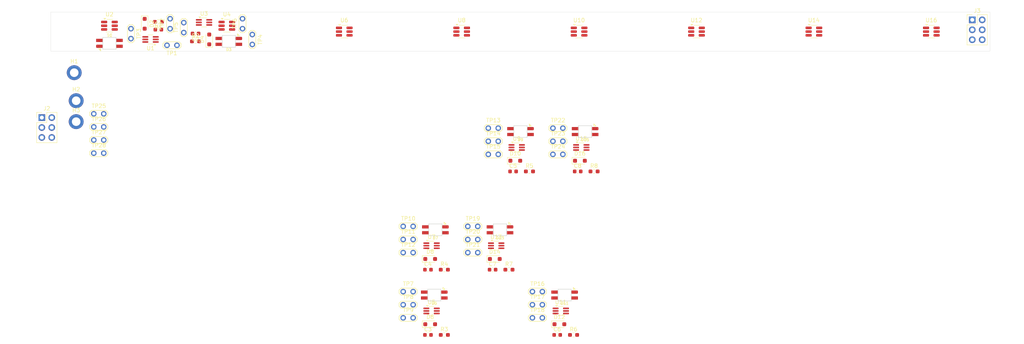
<source format=kicad_pcb>
(kicad_pcb (version 20240108) (generator "pcbnew") (generator_version "8.0")
  (layers (0 "F.Cu" signal) (31 "B.Cu" signal) (34 "B.Paste" user) (35 "F.Paste" user) (36 "B.SilkS" user "B.Silkscreen") (37 "F.SilkS" user "F.Silkscreen") (38 "B.Mask" user) (39 "F.Mask" user) (44 "Edge.Cuts" user))
  (net 0 "")
  (net 1 "GND")
  (net 2 "Net-(D2-K)")
  (net 3 "Net-(D2-A)")
  (net 4 "Net-(D4-K)")
  (net 5 "Net-(D6-K)")
  (net 6 "Net-(D8-K)")
  (net 7 "+3.3V")
  (net 8 "/DIN")
  (net 9 "+5V")
  (net 10 "Net-(D10-K)")
  (net 11 "Net-(D12-K)")
  (net 12 "Net-(D14-K)")
  (net 13 "Net-(D16-K)")
  (net 14 "/Cell0/DOUT")
  (net 15 "/Cell1/DOUT")
  (net 16 "Net-(D4-A)")
  (net 17 "/Cell2/DOUT")
  (net 18 "Net-(D6-A)")
  (net 19 "/Cell3/DOUT")
  (net 20 "Net-(D8-A)")
  (net 21 "/Cell4/DOUT")
  (net 22 "Net-(D10-A)")
  (net 23 "/Cell5/DOUT")
  (net 24 "Net-(D12-A)")
  (net 25 "/Cell6/DOUT")
  (net 26 "Net-(D14-A)")
  (net 27 "/DOUT")
  (net 28 "Net-(D16-A)")
  (net 29 "SCL")
  (net 30 "SDA")
  (net 31 "Net-(TP3-Pad2)")
  (net 32 "Net-(TP6-Pad2)")
  (net 33 "Net-(TP9-Pad2)")
  (net 34 "Net-(TP12-Pad2)")
  (net 35 "Net-(TP15-Pad2)")
  (net 36 "Net-(TP18-Pad2)")
  (net 37 "Net-(TP21-Pad2)")
  (net 38 "Net-(TP24-Pad2)")
  (footprint "0mylibrary:SK6812-MINI-E" (layer "F.Cu") (at 134.7925 85.145)
    (property "Reference" "D13" (at 0 2.1 0) (layer "F.SilkS") (effects (font (size 0.7 0.7))))
    (property "Value" "sk6812-mini-e" (hide yes))
    (fp_line (start -1.7 -1.5) (end 1.7 -1.5) (stroke (width 0.12)) (layer "Edge.Cuts"))
    (fp_line (start -1.7 1.5) (end -1.7 -1.5) (stroke (width 0.12)) (layer "Edge.Cuts"))
    (fp_line (start 1.7 -1.5) (end 1.7 1.5) (stroke (width 0.12)) (layer "Edge.Cuts"))
    (fp_line (start 1.7 1.5) (end -1.7 1.5) (stroke (width 0.12)) (layer "Edge.Cuts"))
    (pad "1" smd rect (at -2.55 0.75) (size 1.7 0.82) (layers "F.Cu" "F.Paste" "F.Mask") (net 9 "+5V"))
    (pad "2" smd rect (at -2.55 -0.75) (size 1.7 0.82) (layers "F.Cu" "F.Paste" "F.Mask") (net 25 "/Cell6/DOUT"))
    (pad "3" smd roundrect (at 2.55 -0.75) (size 1.7 0.82) (layers "F.Cu" "F.Paste" "F.Mask") (net 1 "GND"))
    (pad "4" smd rect (at 2.55 0.75) (size 1.7 0.82) (layers "F.Cu" "F.Paste" "F.Mask") (net 23 "/Cell5/DOUT"))
  )
  (footprint "TestPoint:TestPoint_2Pads_Pitch2.54mm_Drill0.8mm" (layer "F.Cu") (at 126.5675 87.62)
    (property "Reference" "TP20" (at 1.3 -2 0) (layer "F.SilkS"))
    (property "Value" "TestPoint_2Pole")
    (pad "1" thru_hole circle (at 0 0) (size 1.4 1.4) (drill 0.8) (layers "*.Cu" "*.Mask") (net 1 "GND"))
    (pad "2" thru_hole circle (at 2.54 0) (size 1.4 1.4) (drill 0.8) (layers "*.Cu" "*.Mask") (net 12 "Net-(D14-K)"))
  )
  (footprint "TestPoint:TestPoint_2Pads_Pitch2.54mm_Drill0.8mm" (layer "F.Cu") (at 110.0575 104.29)
    (property "Reference" "TP8" (at 1.3 -2 0) (layer "F.SilkS"))
    (property "Value" "TestPoint_2Pole")
    (pad "1" thru_hole circle (at 0 0) (size 1.4 1.4) (drill 0.8) (layers "*.Cu" "*.Mask") (net 1 "GND"))
    (pad "2" thru_hole circle (at 2.54 0) (size 1.4 1.4) (drill 0.8) (layers "*.Cu" "*.Mask") (net 5 "Net-(D6-K)"))
  )
  (footprint "Resistor_SMD:R_0603_1608Metric_Pad0.98x0.95mm_HandSolder" (layer "F.Cu") (at 137.0775 95.33)
    (property "Reference" "R7" (at 0 -1.43 0) (layer "F.SilkS"))
    (property "Value" "100k")
    (pad "1" smd roundrect (at -0.9125 0) (size 0.975 0.95) (layers "F.Cu" "F.Paste" "F.Mask") (net 1 "GND"))
    (pad "2" smd roundrect (at 0.9125 0) (size 0.975 0.95) (layers "F.Cu" "F.Paste" "F.Mask") (net 12 "Net-(D14-K)"))
  )
  (footprint "TestPoint:TestPoint_2Pads_Pitch2.54mm_Drill0.8mm" (layer "F.Cu") (at 131.8075 65.87)
    (property "Reference" "TP15" (at 1.3 -2 0) (layer "F.SilkS"))
    (property "Value" "TestPoint_2Pole")
    (pad "1" thru_hole circle (at 0 0) (size 1.4 1.4) (drill 0.8) (layers "*.Cu" "*.Mask") (net 1 "GND"))
    (pad "2" thru_hole circle (at 2.54 0) (size 1.4 1.4) (drill 0.8) (layers "*.Cu" "*.Mask") (net 35 "Net-(TP15-Pad2)"))
  )
  (footprint "Resistor_SMD:R_0603_1608Metric_Pad0.98x0.95mm_HandSolder" (layer "F.Cu") (at 120.5675 112)
    (property "Reference" "R3" (at 0 -1.43 0) (layer "F.SilkS"))
    (property "Value" "100k")
    (pad "1" smd roundrect (at -0.9125 0) (size 0.975 0.95) (layers "F.Cu" "F.Paste" "F.Mask") (net 1 "GND"))
    (pad "2" smd roundrect (at 0.9125 0) (size 0.975 0.95) (layers "F.Cu" "F.Paste" "F.Mask") (net 5 "Net-(D6-K)"))
  )
  (footprint "TestPoint:TestPoint_2Pads_Pitch2.54mm_Drill0.8mm" (layer "F.Cu") (at 71.5 35.25 -90)
    (property "Reference" "TP4" (at 1.3 -2 90) (layer "F.SilkS"))
    (property "Value" "TestPoint_2Pole")
    (pad "1" thru_hole circle (at 0 0 270) (size 1.4 1.4) (drill 0.8) (layers "*.Cu" "*.Mask") (net 1 "GND"))
    (pad "2" thru_hole circle (at 2.54 0 270) (size 1.4 1.4) (drill 0.8) (layers "*.Cu" "*.Mask") (net 15 "/Cell1/DOUT"))
  )
  (footprint "Diode_SMD:D_SOD-323_HandSoldering" (layer "F.Cu") (at 44 32.5 -90)
    (property "Reference" "D2" (at 0 -1.85 90) (layer "F.SilkS"))
    (property "Value" "1N4148WS")
    (pad "1" smd roundrect (at -1.25 0 270) (size 1 1) (layers "F.Cu" "F.Paste" "F.Mask") (net 2 "Net-(D2-K)"))
    (pad "2" smd roundrect (at 1.25 0 270) (size 1 1) (layers "F.Cu" "F.Paste" "F.Mask") (net 3 "Net-(D2-A)"))
  )
  (footprint "TestPoint:TestPoint_2Pads_Pitch2.54mm_Drill0.8mm" (layer "F.Cu") (at 31 65.56)
    (property "Reference" "TP28" (at 1.3 -2 0) (layer "F.SilkS"))
    (property "Value" "TestPoint_2Pole")
    (pad "1" thru_hole circle (at 0 0) (size 1.4 1.4) (drill 0.8) (layers "*.Cu" "*.Mask") (net 1 "GND"))
    (pad "2" thru_hole circle (at 2.54 0) (size 1.4 1.4) (drill 0.8) (layers "*.Cu" "*.Mask") (net 30 "SDA"))
  )
  (footprint "TestPoint:TestPoint_2Pads_Pitch2.54mm_Drill0.8mm" (layer "F.Cu") (at 148.3175 65.87)
    (property "Reference" "TP24" (at 1.3 -2 0) (layer "F.SilkS"))
    (property "Value" "TestPoint_2Pole")
    (pad "1" thru_hole circle (at 0 0) (size 1.4 1.4) (drill 0.8) (layers "*.Cu" "*.Mask") (net 1 "GND"))
    (pad "2" thru_hole circle (at 2.54 0) (size 1.4 1.4) (drill 0.8) (layers "*.Cu" "*.Mask") (net 38 "Net-(TP24-Pad2)"))
  )
  (footprint "Resistor_SMD:R_0603_1608Metric_Pad0.98x0.95mm_HandSolder" (layer "F.Cu") (at 142.3175 70.23)
    (property "Reference" "R5" (at 0 -1.43 0) (layer "F.SilkS"))
    (property "Value" "100k")
    (pad "1" smd roundrect (at -0.9125 0) (size 0.975 0.95) (layers "F.Cu" "F.Paste" "F.Mask") (net 1 "GND"))
    (pad "2" smd roundrect (at 0.9125 0) (size 0.975 0.95) (layers "F.Cu" "F.Paste" "F.Mask") (net 10 "Net-(D10-K)"))
  )
  (footprint "Package_TO_SOT_SMD:SOT-363_SC-70-6_Handsoldering" (layer "F.Cu") (at 139.0575 64.105)
    (property "Reference" "U9" (at 0 -2.25 0) (layer "F.SilkS"))
    (property "Value" "74LVC2G17")
    (pad "1" smd roundrect (at -1.33 -0.65) (size 1.5 0.4) (layers "F.Cu" "F.Paste" "F.Mask") (net 21 "/Cell4/DOUT"))
    (pad "2" smd roundrect (at -1.33 0) (size 1.5 0.4) (layers "F.Cu" "F.Paste" "F.Mask") (net 1 "GND"))
    (pad "3" smd roundrect (at -1.33 0.65) (size 1.5 0.4) (layers "F.Cu" "F.Paste" "F.Mask") (net 10 "Net-(D10-K)"))
    (pad "4" smd roundrect (at 1.33 0.65) (size 1.5 0.4) (layers "F.Cu" "F.Paste" "F.Mask") (net 35 "Net-(TP15-Pad2)"))
    (pad "5" smd roundrect (at 1.33 0) (size 1.5 0.4) (layers "F.Cu" "F.Paste" "F.Mask") (net 7 "+3.3V"))
    (pad "6" smd roundrect (at 1.33 -0.65) (size 1.5 0.4) (layers "F.Cu" "F.Paste" "F.Mask") (net 22 "Net-(D10-A)"))
  )
  (footprint "Diode_SMD:D_SOD-323_HandSoldering" (layer "F.Cu") (at 116.9525 92.6)
    (property "Reference" "D8" (at 0 -1.85 0) (layer "F.SilkS"))
    (property "Value" "1N4148WS")
    (pad "1" smd roundrect (at -1.25 0) (size 1 1) (layers "F.Cu" "F.Paste" "F.Mask") (net 6 "Net-(D8-K)"))
    (pad "2" smd roundrect (at 1.25 0) (size 1 1) (layers "F.Cu" "F.Paste" "F.Mask") (net 20 "Net-(D8-A)"))
  )
  (footprint "Capacitor_SMD:C_0603_1608Metric" (layer "F.Cu") (at 138.1375 70.23)
    (property "Reference" "C5" (at 0 -1.43 0) (layer "F.SilkS"))
    (property "Value" "1u 50V")
    (pad "1" smd roundrect (at -0.775 0) (size 0.9 0.95) (layers "F.Cu" "F.Paste" "F.Mask") (net 10 "Net-(D10-K)"))
    (pad "2" smd roundrect (at 0.775 0) (size 0.9 0.95) (layers "F.Cu" "F.Paste" "F.Mask") (net 1 "GND"))
  )
  (footprint "Diode_SMD:D_SOD-323_HandSoldering" (layer "F.Cu") (at 149.9725 109.27)
    (property "Reference" "D12" (at 0 -1.85 0) (layer "F.SilkS"))
    (property "Value" "1N4148WS")
    (pad "1" smd roundrect (at -1.25 0) (size 1 1) (layers "F.Cu" "F.Paste" "F.Mask") (net 11 "Net-(D12-K)"))
    (pad "2" smd roundrect (at 1.25 0) (size 1 1) (layers "F.Cu" "F.Paste" "F.Mask") (net 24 "Net-(D12-A)"))
  )
  (footprint "0mylibrary:SK6812-MINI-E" (layer "F.Cu") (at 156.5425 60.045)
    (property "Reference" "D15" (at 0 2.1 0) (layer "F.SilkS") (effects (font (size 0.7 0.7))))
    (property "Value" "sk6812-mini-e" (hide yes))
    (fp_line (start -1.7 -1.5) (end 1.7 -1.5) (stroke (width 0.12)) (layer "Edge.Cuts"))
    (fp_line (start -1.7 1.5) (end -1.7 -1.5) (stroke (width 0.12)) (layer "Edge.Cuts"))
    (fp_line (start 1.7 -1.5) (end 1.7 1.5) (stroke (width 0.12)) (layer "Edge.Cuts"))
    (fp_line (start 1.7 1.5) (end -1.7 1.5) (stroke (width 0.12)) (layer "Edge.Cuts"))
    (pad "1" smd rect (at -2.55 0.75) (size 1.7 0.82) (layers "F.Cu" "F.Paste" "F.Mask") (net 9 "+5V"))
    (pad "2" smd rect (at -2.55 -0.75) (size 1.7 0.82) (layers "F.Cu" "F.Paste" "F.Mask") (net 27 "/DOUT"))
    (pad "3" smd roundrect (at 2.55 -0.75) (size 1.7 0.82) (layers "F.Cu" "F.Paste" "F.Mask") (net 1 "GND"))
    (pad "4" smd rect (at 2.55 0.75) (size 1.7 0.82) (layers "F.Cu" "F.Paste" "F.Mask") (net 25 "/Cell6/DOUT"))
  )
  (footprint "Connector_PinHeader_2.54mm:PinHeader_2x03_P2.54mm_Vertical" (layer "F.Cu") (at 17.725 56.475)
    (property "Reference" "J2" (at 1.27 -2.33 0) (layer "F.SilkS"))
    (property "Value" "Conn_02x03_Counter_Clockwise")
    (pad "1" thru_hole rect (at 0 0) (size 1.7 1.7) (drill 1) (layers "*.Cu" "*.Mask") (net 1 "GND"))
    (pad "2" thru_hole oval (at 2.54 0) (size 1.7 1.7) (drill 1) (layers "*.Cu" "*.Mask") (net 8 "/DIN"))
    (pad "3" thru_hole oval (at 0 2.54) (size 1.7 1.7) (drill 1) (layers "*.Cu" "*.Mask") (net 30 "SDA"))
    (pad "4" thru_hole oval (at 2.54 2.54) (size 1.7 1.7) (drill 1) (layers "*.Cu" "*.Mask") (net 7 "+3.3V"))
    (pad "5" thru_hole oval (at 0 5.08) (size 1.7 1.7) (drill 1) (layers "*.Cu" "*.Mask") (net 29 "SCL"))
    (pad "6" thru_hole oval (at 2.54 5.08) (size 1.7 1.7) (drill 1) (layers "*.Cu" "*.Mask") (net 9 "+5V"))
  )
  (footprint "TestPoint:TestPoint_2Pads_Pitch2.54mm_Drill0.8mm" (layer "F.Cu") (at 69 33.75 90)
    (property "Reference" "TP6" (at 1.3 -2 90) (layer "F.SilkS"))
    (property "Value" "TestPoint_2Pole")
    (pad "1" thru_hole circle (at 0 0 90) (size 1.4 1.4) (drill 0.8) (layers "*.Cu" "*.Mask") (net 1 "GND"))
    (pad "2" thru_hole circle (at 2.54 0 90) (size 1.4 1.4) (drill 0.8) (layers "*.Cu" "*.Mask") (net 32 "Net-(TP6-Pad2)"))
  )
  (footprint "TestPoint:TestPoint_2Pads_Pitch2.54mm_Drill0.8mm" (layer "F.Cu") (at 126.5675 84.27)
    (property "Reference" "TP19" (at 1.3 -2 0) (layer "F.SilkS"))
    (property "Value" "TestPoint_2Pole")
    (pad "1" thru_hole circle (at 0 0) (size 1.4 1.4) (drill 0.8) (layers "*.Cu" "*.Mask") (net 1 "GND"))
    (pad "2" thru_hole circle (at 2.54 0) (size 1.4 1.4) (drill 0.8) (layers "*.Cu" "*.Mask") (net 25 "/Cell6/DOUT"))
  )
  (footprint "TestPoint:TestPoint_2Pads_Pitch2.54mm_Drill0.8mm" (layer "F.Cu") (at 110.0575 107.64)
    (property "Reference" "TP9" (at 1.3 -2 0) (layer "F.SilkS"))
    (property "Value" "TestPoint_2Pole")
    (pad "1" thru_hole circle (at 0 0) (size 1.4 1.4) (drill 0.8) (layers "*.Cu" "*.Mask") (net 1 "GND"))
    (pad "2" thru_hole circle (at 2.54 0) (size 1.4 1.4) (drill 0.8) (layers "*.Cu" "*.Mask") (net 33 "Net-(TP9-Pad2)"))
  )
  (footprint "TestPoint:TestPoint_2Pads_Pitch2.54mm_Drill0.8mm" (layer "F.Cu") (at 143.0775 104.29)
    (property "Reference" "TP17" (at 1.3 -2 0) (layer "F.SilkS"))
    (property "Value" "TestPoint_2Pole")
    (pad "1" thru_hole circle (at 0 0) (size 1.4 1.4) (drill 0.8) (layers "*.Cu" "*.Mask") (net 1 "GND"))
    (pad "2" thru_hole circle (at 2.54 0) (size 1.4 1.4) (drill 0.8) (layers "*.Cu" "*.Mask") (net 11 "Net-(D12-K)"))
  )
  (footprint "TestPoint:TestPoint_2Pads_Pitch2.54mm_Drill0.8mm" (layer "F.Cu") (at 131.8075 62.52)
    (property "Reference" "TP14" (at 1.3 -2 0) (layer "F.SilkS"))
    (property "Value" "TestPoint_2Pole")
    (pad "1" thru_hole circle (at 0 0) (size 1.4 1.4) (drill 0.8) (layers "*.Cu" "*.Mask") (net 1 "GND"))
    (pad "2" thru_hole circle (at 2.54 0) (size 1.4 1.4) (drill 0.8) (layers "*.Cu" "*.Mask") (net 10 "Net-(D10-K)"))
  )
  (footprint "Resistor_SMD:R_0603_1608Metric_Pad0.98x0.95mm_HandSolder" (layer "F.Cu") (at 153.5875 112)
    (property "Reference" "R6" (at 0 -1.43 0) (layer "F.SilkS"))
    (property "Value" "100k")
    (pad "1" smd roundrect (at -0.9125 0) (size 0.975 0.95) (layers "F.Cu" "F.Paste" "F.Mask") (net 1 "GND"))
    (pad "2" smd roundrect (at 0.9125 0) (size 0.975 0.95) (layers "F.Cu" "F.Paste" "F.Mask") (net 11 "Net-(D12-K)"))
  )
  (footprint "Resistor_SMD:R_0603_1608Metric_Pad0.98x0.95mm_HandSolder" (layer "F.Cu") (at 57 37)
    (property "Reference" "R2" (at 0 -1.43 360) (layer "F.SilkS"))
    (property "Value" "100k")
    (pad "1" smd roundrect (at -0.9125 0) (size 0.975 0.95) (layers "F.Cu" "F.Paste" "F.Mask") (net 1 "GND"))
    (pad "2" smd roundrect (at 0.9125 0) (size 0.975 0.95) (layers "F.Cu" "F.Paste" "F.Mask") (net 4 "Net-(D4-K)"))
  )
  (footprint "Diode_SMD:D_SOD-323_HandSoldering" (layer "F.Cu") (at 155.2125 67.5)
    (property "Reference" "D16" (at 0 -1.85 0) (layer "F.SilkS"))
    (property "Value" "1N4148WS")
    (pad "1" smd roundrect (at -1.25 0) (size 1 1) (layers "F.Cu" "F.Paste" "F.Mask") (net 13 "Net-(D16-K)"))
    (pad "2" smd roundrect (at 1.25 0) (size 1 1) (layers "F.Cu" "F.Paste" "F.Mask") (net 28 "Net-(D16-A)"))
  )
  (footprint "TestPoint:TestPoint_2Pads_Pitch2.54mm_Drill0.8mm" (layer "F.Cu") (at 110.0575 87.62)
    (property "Reference" "TP11" (at 1.3 -2 0) (layer "F.SilkS"))
    (property "Value" "TestPoint_2Pole")
    (pad "1" thru_hole circle (at 0 0) (size 1.4 1.4) (drill 0.8) (layers "*.Cu" "*.Mask") (net 1 "GND"))
    (pad "2" thru_hole circle (at 2.54 0) (size 1.4 1.4) (drill 0.8) (layers "*.Cu" "*.Mask") (net 6 "Net-(D8-K)"))
  )
  (footprint "Package_TO_SOT_SMD:SOT-363_SC-70-6_Handsoldering" (layer "F.Cu") (at 59.17 32.15)
    (property "Reference" "U3" (at 0 -2.25 360) (layer "F.SilkS"))
    (property "Value" "74LVC2G17")
    (pad "1" smd roundrect (at -1.33 -0.65) (size 1.5 0.4) (layers "F.Cu" "F.Paste" "F.Mask") (net 15 "/Cell1/DOUT"))
    (pad "2" smd roundrect (at -1.33 0) (size 1.5 0.4) (layers "F.Cu" "F.Paste" "F.Mask") (net 1 "GND"))
    (pad "3" smd roundrect (at -1.33 0.65) (size 1.5 0.4) (layers "F.Cu" "F.Paste" "F.Mask") (net 4 "Net-(D4-K)"))
    (pad "4" smd roundrect (at 1.33 0.65) (size 1.5 0.4) (layers "F.Cu" "F.Paste" "F.Mask") (net 32 "Net-(TP6-Pad2)"))
    (pad "5" smd roundrect (at 1.33 0) (size 1.5 0.4) (layers "F.Cu" "F.Paste" "F.Mask") (net 7 "+3.3V"))
    (pad "6" smd roundrect (at 1.33 -0.65) (size 1.5 0.4) (layers "F.Cu" "F.Paste" "F.Mask") (net 16 "Net-(D4-A)"))
  )
  (footprint "TestPoint:TestPoint_2Pads_Pitch2.54mm_Drill0.8mm" (layer "F.Cu") (at 110.0575 100.94)
    (property "Reference" "TP7" (at 1.3 -2 0) (layer "F.SilkS"))
    (property "Value" "TestPoint_2Pole")
    (pad "1" thru_hole circle (at 0 0) (size 1.4 1.4) (drill 0.8) (layers "*.Cu" "*.Mask") (net 1 "GND"))
    (pad "2" thru_hole circle (at 2.54 0) (size 1.4 1.4) (drill 0.8) (layers "*.Cu" "*.Mask") (net 17 "/Cell2/DOUT"))
  )
  (footprint "Capacitor_SMD:C_0603_1608Metric" (layer "F.Cu") (at 47.5 34)
    (property "Reference" "C1" (at 0 -1.43 360) (layer "F.SilkS"))
    (property "Value" "1u 50V")
    (pad "1" smd roundrect (at -0.775 0) (size 0.9 0.95) (layers "F.Cu" "F.Paste" "F.Mask") (net 2 "Net-(D2-K)"))
    (pad "2" smd roundrect (at 0.775 0) (size 0.9 0.95) (layers "F.Cu" "F.Paste" "F.Mask") (net 1 "GND"))
  )
  (footprint "Package_TO_SOT_SMD:SOT-23-6_Handsoldering" (layer "F.Cu") (at 215 34.5)
    (property "Reference" "U14" (at 0 -2.9 0) (layer "F.SilkS"))
    (property "Value" "TLV493D")
    (pad "1" smd roundrect (at -1.35 -0.95) (size 1.56 0.65) (layers "F.Cu" "F.Paste" "F.Mask") (net 29 "SCL"))
    (pad "2" smd roundrect (at -1.35 0) (size 1.56 0.65) (layers "F.Cu" "F.Paste" "F.Mask") (net 1 "GND"))
    (pad "3" smd roundrect (at -1.35 0.95) (size 1.56 0.65) (layers "F.Cu" "F.Paste" "F.Mask") (net 1 "GND"))
    (pad "4" smd roundrect (at 1.35 0.95) (size 1.56 0.65) (layers "F.Cu" "F.Paste" "F.Mask") (net 7 "+3.3V"))
    (pad "5" smd roundrect (at 1.35 0) (size 1.56 0.65) (layers "F.Cu" "F.Paste" "F.Mask") (net 1 "GND"))
    (pad "6" smd roundrect (at 1.35 -0.95) (size 1.56 0.65) (layers "F.Cu" "F.Paste" "F.Mask") (net 30 "SDA"))
  )
  (footprint "Package_TO_SOT_SMD:SOT-23-6_Handsoldering" (layer "F.Cu") (at 65 33)
    (property "Reference" "U4" (at 0 -2.9 0) (layer "F.SilkS"))
    (property "Value" "TLV493D")
    (pad "1" smd roundrect (at -1.35 -0.95) (size 1.56 0.65) (layers "F.Cu" "F.Paste" "F.Mask") (net 29 "SCL"))
    (pad "2" smd roundrect (at -1.35 0) (size 1.56 0.65) (layers "F.Cu" "F.Paste" "F.Mask") (net 1 "GND"))
    (pad "3" smd roundrect (at -1.35 0.95) (size 1.56 0.65) (layers "F.Cu" "F.Paste" "F.Mask") (net 1 "GND"))
    (pad "4" smd roundrect (at 1.35 0.95) (size 1.56 0.65) (layers "F.Cu" "F.Paste" "F.Mask") (net 7 "+3.3V"))
    (pad "5" smd roundrect (at 1.35 0) (size 1.56 0.65) (layers "F.Cu" "F.Paste" "F.Mask") (net 1 "GND"))
    (pad "6" smd roundrect (at 1.35 -0.95) (size 1.56 0.65) (layers "F.Cu" "F.Paste" "F.Mask") (net 30 "SDA"))
  )
  (footprint "TestPoint:TestPoint_2Pads_Pitch2.54mm_Drill0.8mm" (layer "F.Cu") (at 110.0575 90.97)
    (property "Reference" "TP12" (at 1.3 -2 0) (layer "F.SilkS"))
    (property "Value" "TestPoint_2Pole")
    (pad "1" thru_hole circle (at 0 0) (size 1.4 1.4) (drill 0.8) (layers "*.Cu" "*.Mask") (net 1 "GND"))
    (pad "2" thru_hole circle (at 2.54 0) (size 1.4 1.4) (drill 0.8) (layers "*.Cu" "*.Mask") (net 34 "Net-(TP12-Pad2)"))
  )
  (footprint "Package_TO_SOT_SMD:SOT-23-6_Handsoldering" (layer "F.Cu") (at 125 34.5)
    (property "Reference" "U8" (at 0 -2.9 0) (layer "F.SilkS"))
    (property "Value" "TLV493D")
    (pad "1" smd roundrect (at -1.35 -0.95) (size 1.56 0.65) (layers "F.Cu" "F.Paste" "F.Mask") (net 29 "SCL"))
    (pad "2" smd roundrect (at -1.35 0) (size 1.56 0.65) (layers "F.Cu" "F.Paste" "F.Mask") (net 1 "GND"))
    (pad "3" smd roundrect (at -1.35 0.95) (size 1.56 0.65) (layers "F.Cu" "F.Paste" "F.Mask") (net 1 "GND"))
    (pad "4" smd roundrect (at 1.35 0.95) (size 1.56 0.65) (layers "F.Cu" "F.Paste" "F.Mask") (net 7 "+3.3V"))
    (pad "5" smd roundrect (at 1.35 0) (size 1.56 0.65) (layers "F.Cu" "F.Paste" "F.Mask") (net 1 "GND"))
    (pad "6" smd roundrect (at 1.35 -0.95) (size 1.56 0.65) (layers "F.Cu" "F.Paste" "F.Mask") (net 30 "SDA"))
  )
  (footprint "TestPoint:TestPoint_2Pads_Pitch2.54mm_Drill0.8mm" (layer "F.Cu") (at 143.0775 107.64)
    (property "Reference" "TP18" (at 1.3 -2 0) (layer "F.SilkS"))
    (property "Value" "TestPoint_2Pole")
    (pad "1" thru_hole circle (at 0 0) (size 1.4 1.4) (drill 0.8) (layers "*.Cu" "*.Mask") (net 1 "GND"))
    (pad "2" thru_hole circle (at 2.54 0) (size 1.4 1.4) (drill 0.8) (layers "*.Cu" "*.Mask") (net 36 "Net-(TP18-Pad2)"))
  )
  (footprint "Connector_PinHeader_2.54mm:PinHeader_2x03_P2.54mm_Vertical" (layer "F.Cu") (at 255.46 31.5)
    (property "Reference" "J3" (at 1.27 -2.33 0) (layer "F.SilkS"))
    (property "Value" "Conn_02x03_Counter_Clockwise")
    (pad "1" thru_hole rect (at 0 0) (size 1.7 1.7) (drill 1) (layers "*.Cu" "*.Mask") (net 1 "GND"))
    (pad "2" thru_hole oval (at 2.54 0) (size 1.7 1.7) (drill 1) (layers "*.Cu" "*.Mask") (net 27 "/DOUT"))
    (pad "3" thru_hole oval (at 0 2.54) (size 1.7 1.7) (drill 1) (layers "*.Cu" "*.Mask") (net 30 "SDA"))
    (pad "4" thru_hole oval (at 2.54 2.54) (size 1.7 1.7) (drill 1) (layers "*.Cu" "*.Mask") (net 7 "+3.3V"))
    (pad "5" thru_hole oval (at 0 5.08) (size 1.7 1.7) (drill 1) (layers "*.Cu" "*.Mask") (net 29 "SCL"))
    (pad "6" thru_hole oval (at 2.54 5.08) (size 1.7 1.7) (drill 1) (layers "*.Cu" "*.Mask") (net 9 "+5V"))
  )
  (footprint "Package_TO_SOT_SMD:SOT-23-6_Handsoldering" (layer "F.Cu") (at 155 34.5)
    (property "Reference" "U10" (at 0 -2.9 0) (layer "F.SilkS"))
    (property "Value" "TLV493D")
    (pad "1" smd roundrect (at -1.35 -0.95) (size 1.56 0.65) (layers "F.Cu" "F.Paste" "F.Mask") (net 29 "SCL"))
    (pad "2" smd roundrect (at -1.35 0) (size 1.56 0.65) (layers "F.Cu" "F.Paste" "F.Mask") (net 1 "GND"))
    (pad "3" smd roundrect (at -1.35 0.95) (size 1.56 0.65) (layers "F.Cu" "F.Paste" "F.Mask") (net 1 "GND"))
    (pad "4" smd roundrect (at 1.35 0.95) (size 1.56 0.65) (layers "F.Cu" "F.Paste" "F.Mask") (net 7 "+3.3V"))
    (pad "5" smd roundrect (at 1.35 0) (size 1.56 0.65) (layers "F.Cu" "F.Paste" "F.Mask") (net 1 "GND"))
    (pad "6" smd roundrect (at 1.35 -0.95) (size 1.56 0.65) (layers "F.Cu" "F.Paste" "F.Mask") (net 30 "SDA"))
  )
  (footprint "Capacitor_SMD:C_0603_1608Metric" (layer "F.Cu") (at 132.8975 95.33)
    (property "Reference" "C7" (at 0 -1.43 0) (layer "F.SilkS"))
    (property "Value" "1u 50V")
    (pad "1" smd roundrect (at -0.775 0) (size 0.9 0.95) (layers "F.Cu" "F.Paste" "F.Mask") (net 12 "Net-(D14-K)"))
    (pad "2" smd roundrect (at 0.775 0) (size 0.9 0.95) (layers "F.Cu" "F.Paste" "F.Mask") (net 1 "GND"))
  )
  (footprint "Diode_SMD:D_SOD-323_HandSoldering" (layer "F.Cu") (at 138.7025 67.5)
    (property "Reference" "D10" (at 0 -1.85 0) (layer "F.SilkS"))
    (property "Value" "1N4148WS")
    (pad "1" smd roundrect (at -1.25 0) (size 1 1) (layers "F.Cu" "F.Paste" "F.Mask") (net 10 "Net-(D10-K)"))
    (pad "2" smd roundrect (at 1.25 0) (size 1 1) (layers "F.Cu" "F.Paste" "F.Mask") (net 22 "Net-(D10-A)"))
  )
  (footprint "TestPoint:TestPoint_2Pads_Pitch2.54mm_Drill0.8mm" (layer "F.Cu") (at 131.8075 59.17)
    (property "Reference" "TP13" (at 1.3 -2 0) (layer "F.SilkS"))
    (property "Value" "TestPoint_2Pole")
    (pad "1" thru_hole circle (at 0 0) (size 1.4 1.4) (drill 0.8) (layers "*.Cu" "*.Mask") (net 1 "GND"))
    (pad "2" thru_hole circle (at 2.54 0) (size 1.4 1.4) (drill 0.8) (layers "*.Cu" "*.Mask") (net 21 "/Cell4/DOUT"))
  )
  (footprint "TestPoint:TestPoint_2Pads_Pitch2.54mm_Drill0.8mm" (layer "F.Cu") (at 110.0575 84.27)
    (property "Reference" "TP10" (at 1.3 -2 0) (layer "F.SilkS"))
    (property "Value" "TestPoint_2Pole")
    (pad "1" thru_hole circle (at 0 0) (size 1.4 1.4) (drill 0.8) (layers "*.Cu" "*.Mask") (net 1 "GND"))
    (pad "2" thru_hole circle (at 2.54 0) (size 1.4 1.4) (drill 0.8) (layers "*.Cu" "*.Mask") (net 19 "/Cell3/DOUT"))
  )
  (footprint "Diode_SMD:D_SOD-323_HandSoldering" (layer "F.Cu") (at 133.4625 92.6)
    (property "Reference" "D14" (at 0 -1.85 0) (layer "F.SilkS"))
    (property "Value" "1N4148WS")
    (pad "1" smd roundrect (at -1.25 0) (size 1 1) (layers "F.Cu" "F.Paste" "F.Mask") (net 12 "Net-(D14-K)"))
    (pad "2" smd roundrect (at 1.25 0) (size 1 1) (layers "F.Cu" "F.Paste" "F.Mask") (net 26 "Net-(D14-A)"))
  )
  (footprint "Diode_SMD:D_SOD-323_HandSoldering" (layer "F.Cu") (at 116.9525 109.27)
    (property "Reference" "D6" (at 0 -1.85 0) (layer "F.SilkS"))
    (property "Value" "1N4148WS")
    (pad "1" smd roundrect (at -1.25 0) (size 1 1) (layers "F.Cu" "F.Paste" "F.Mask") (net 5 "Net-(D6-K)"))
    (pad "2" smd roundrect (at 1.25 0) (size 1 1) (layers "F.Cu" "F.Paste" "F.Mask") (net 18 "Net-(D6-A)"))
  )
  (footprint "Resistor_SMD:R_0603_1608Metric_Pad0.98x0.95mm_HandSolder" (layer "F.Cu") (at 120.5675 95.33)
    (property "Reference" "R4" (at 0 -1.43 0) (layer "F.SilkS"))
    (property "Value" "100k")
    (pad "1" smd roundrect (at -0.9125 0) (size 0.975 0.95) (layers "F.Cu" "F.Paste" "F.Mask") (net 1 "GND"))
    (pad "2" smd roundrect (at 0.9125 0) (size 0.975 0.95) (layers "F.Cu" "F.Paste" "F.Mask") (net 6 "Net-(D8-K)"))
  )
  (footprint "Package_TO_SOT_SMD:SOT-23-6_Handsoldering" (layer "F.Cu") (at 35 33)
    (property "Reference" "U2" (at 0 -2.9 0) (layer "F.SilkS"))
    (property "Value" "TLV493D")
    (pad "1" smd roundrect (at -1.35 -0.95) (size 1.56 0.65) (layers "F.Cu" "F.Paste" "F.Mask") (net 29 "SCL"))
    (pad "2" smd roundrect (at -1.35 0) (size 1.56 0.65) (layers "F.Cu" "F.Paste" "F.Mask") (net 1 "GND"))
    (pad "3" smd roundrect (at -1.35 0.95) (size 1.56 0.65) (layers "F.Cu" "F.Paste" "F.Mask") (net 1 "GND"))
    (pad "4" smd roundrect (at 1.35 0.95) (size 1.56 0.65) (layers "F.Cu" "F.Paste" "F.Mask") (net 7 "+3.3V"))
    (pad "5" smd roundrect (at 1.35 0) (size 1.56 0.65) (layers "F.Cu" "F.Paste" "F.Mask") (net 1 "GND"))
    (pad "6" smd roundrect (at 1.35 -0.95) (size 1.56 0.65) (layers "F.Cu" "F.Paste" "F.Mask") (net 30 "SDA"))
  )
  (footprint "TestPoint:TestPoint_2Pads_Pitch2.54mm_Drill0.8mm" (layer "F.Cu") (at 50.5 33.75 90)
    (property "Reference" "TP2" (at 1.3 -2 90) (layer "F.SilkS"))
    (property "Value" "TestPoint_2Pole")
    (pad "1" thru_hole circle (at 0 0 90) (size 1.4 1.4) (drill 0.8) (layers "*.Cu" "*.Mask") (net 1 "GND"))
    (pad "2" thru_hole circle (at 2.54 0 90) (size 1.4 1.4) (drill 0.8) (layers "*.Cu" "*.Mask") (net 2 "Net-(D2-K)"))
  )
  (footprint "Package_TO_SOT_SMD:SOT-363_SC-70-6_Handsoldering" (layer "F.Cu") (at 150.3275 105.875)
    (property "Reference" "U11" (at 0 -2.25 0) (layer "F.SilkS"))
    (property "Value" "74LVC2G17")
    (pad "1" smd roundrect (at -1.33 -0.65) (size 1.5 0.4) (layers "F.Cu" "F.Paste" "F.Mask") (net 23 "/Cell5/DOUT"))
    (pad "2" smd roundrect (at -1.33 0) (size 1.5 0.4) (layers "F.Cu" "F.Paste" "F.Mask") (net 1 "GND"))
    (pad "3" smd roundrect (at -1.33 0.65) (size 1.5 0.4) (layers "F.Cu" "F.Paste" "F.Mask") (net 11 "Net-(D12-K)"))
    (pad "4" smd roundrect (at 1.33 0.65) (size 1.5 0.4) (layers "F.Cu" "F.Paste" "F.Mask") (net 36 "Net-(TP18-Pad2)"))
    (pad "5" smd roundrect (at 1.33 0) (size 1.5 0.4) (layers "F.Cu" "F.Paste" "F.Mask") (net 7 "+3.3V"))
    (pad "6" smd roundrect (at 1.33 -0.65) (size 1.5 0.4) (layers "F.Cu" "F.Paste" "F.Mask") (net 24 "Net-(D12-A)"))
  )
  (footprint "Capacitor_SMD:C_0603_1608Metric" (layer "F.Cu") (at 154.6475 70.23)
    (property "Reference" "C8" (at 0 -1.43 0) (layer "F.SilkS"))
    (property "Value" "1u 50V")
    (pad "1" smd roundrect (at -0.775 0) (size 0.9 0.95) (layers "F.Cu" "F.Paste" "F.Mask") (net 13 "Net-(D16-K)"))
    (pad "2" smd roundrect (at 0.775 0) (size 0.9 0.95) (layers "F.Cu" "F.Paste" "F.Mask") (net 1 "GND"))
  )
  (footprint "MountingHole:MountingHole_2.2mm_M2_DIN965_Pad" (layer "F.Cu") (at 26.5 52.16)
    (property "Reference" "H2" (at 0 -2.9 0) (layer "F.SilkS"))
    (property "Value" "MountingHole_Pad")
    (pad "1" thru_hole circle (at 0 0) (size 3.8 3.8) (drill 2.2) (layers "*.Cu" "*.Mask") (net 1 "GND"))
  )
  (footprint "TestPoint:TestPoint_2Pads_Pitch2.54mm_Drill0.8mm" (layer "F.Cu") (at 31 58.86)
    (property "Reference" "TP26" (at 1.3 -2 0) (layer "F.SilkS"))
    (property "Value" "TestPoint_2Pole")
    (pad "1" thru_hole circle (at 0 0) (size 1.4 1.4) (drill 0.8) (layers "*.Cu" "*.Mask") (net 1 "GND"))
    (pad "2" thru_hole circle (at 2.54 0) (size 1.4 1.4) (drill 0.8) (layers "*.Cu" "*.Mask") (net 9 "+5V"))
  )
  (footprint "MountingHole:MountingHole_2.2mm_M2_DIN965_Pad" (layer "F.Cu") (at 26 45)
    (property "Reference" "H1" (at 0 -2.9 0) (layer "F.SilkS"))
    (property "Value" "MountingHole_Pad")
    (pad "1" thru_hole circle (at 0 0) (size 3.8 3.8) (drill 2.2) (layers "*.Cu" "*.Mask") (net 1 "GND"))
  )
  (footprint "Capacitor_SMD:C_0603_1608Metric" (layer "F.Cu") (at 116.3875 112)
    (property "Reference" "C3" (at 0 -1.43 0) (layer "F.SilkS"))
    (property "Value" "1u 50V")
    (pad "1" smd roundrect (at -0.775 0) (size 0.9 0.95) (layers "F.Cu" "F.Paste" "F.Mask") (net 5 "Net-(D6-K)"))
    (pad "2" smd roundrect (at 0.775 0) (size 0.9 0.95) (layers "F.Cu" "F.Paste" "F.Mask") (net 1 "GND"))
  )
  (footprint "Capacitor_SMD:C_0603_1608Metric" (layer "F.Cu") (at 57 35 180)
    (property "Reference" "C2" (at 0 -1.43 360) (layer "F.SilkS"))
    (property "Value" "1u 50V")
    (pad "1" smd roundrect (at -0.775 0 180) (size 0.9 0.95) (layers "F.Cu" "F.Paste" "F.Mask") (net 4 "Net-(D4-K)"))
    (pad "2" smd roundrect (at 0.775 0 180) (size 0.9 0.95) (layers "F.Cu" "F.Paste" "F.Mask") (net 1 "GND"))
  )
  (footprint "MountingHole:MountingHole_2.2mm_M2_DIN965_Pad" (layer "F.Cu") (at 26.5 57.51)
    (property "Reference" "H3" (at 0 -2.9 0) (layer "F.SilkS"))
    (property "Value" "MountingHole_Pad")
    (pad "1" thru_hole circle (at 0 0) (size 3.8 3.8) (drill 2.2) (layers "*.Cu" "*.Mask") (net 1 "GND"))
  )
  (footprint "0mylibrary:SK6812-MINI-E" (layer "F.Cu") (at 151.3025 101.815)
    (property "Reference" "D11" (at 0 2.1 0) (layer "F.SilkS") (effects (font (size 0.7 0.7))))
    (property "Value" "sk6812-mini-e" (hide yes))
    (fp_line (start -1.7 -1.5) (end 1.7 -1.5) (stroke (width 0.12)) (layer "Edge.Cuts"))
    (fp_line (start -1.7 1.5) (end -1.7 -1.5) (stroke (width 0.12)) (layer "Edge.Cuts"))
    (fp_line (start 1.7 -1.5) (end 1.7 1.5) (stroke (width 0.12)) (layer "Edge.Cuts"))
    (fp_line (start 1.7 1.5) (end -1.7 1.5) (stroke (width 0.12)) (layer "Edge.Cuts"))
    (pad "1" smd rect (at -2.55 0.75) (size 1.7 0.82) (layers "F.Cu" "F.Paste" "F.Mask") (net 9 "+5V"))
    (pad "2" smd rect (at -2.55 -0.75) (size 1.7 0.82) (layers "F.Cu" "F.Paste" "F.Mask") (net 23 "/Cell5/DOUT"))
    (pad "3" smd roundrect (at 2.55 -0.75) (size 1.7 0.82) (layers "F.Cu" "F.Paste" "F.Mask") (net 1 "GND"))
    (pad "4" smd rect (at 2.55 0.75) (size 1.7 0.82) (layers "F.Cu" "F.Paste" "F.Mask") (net 21 "/Cell4/DOUT"))
  )
  (footprint "Resistor_SMD:R_0603_1608Metric_Pad0.98x0.95mm_HandSolder" (layer "F.Cu") (at 158.8275 70.23)
    (property "Reference" "R8" (at 0 -1.43 0) (layer "F.SilkS"))
    (property "Value" "100k")
    (pad "1" smd roundrect (at -0.9125 0) (size 0.975 0.95) (layers "F.Cu" "F.Paste" "F.Mask") (net 1 "GND"))
    (pad "2" smd roundrect (at 0.9125 0) (size 0.975 0.95) (layers "F.Cu" "F.Paste" "F.Mask") (net 13 "Net-(D16-K)"))
  )
  (footprint "Package_TO_SOT_SMD:SOT-23-6_Handsoldering" (layer "F.Cu") (at 185 34.5)
    (property "Reference" "U12" (at 0 -2.9 0) (layer "F.SilkS"))
    (property "Value" "TLV493D")
    (pad "1" smd roundrect (at -1.35 -0.95) (size 1.56 0.65) (layers "F.Cu" "F.Paste" "F.Mask") (net 29 "SCL"))
    (pad "2" smd roundrect (at -1.35 0) (size 1.56 0.65) (layers "F.Cu" "F.Paste" "F.Mask") (net 1 "GND"))
    (pad "3" smd roundrect (at -1.35 0.95) (size 1.56 0.65) (layers "F.Cu" "F.Paste" "F.Mask") (net 1 "GND"))
    (pad "4" smd roundrect (at 1.35 0.95) (size 1.56 0.65) (layers "F.Cu" "F.Paste" "F.Mask") (net 7 "+3.3V"))
    (pad "5" smd roundrect (at 1.35 0) (size 1.56 0.65) (layers "F.Cu" "F.Paste" "F.Mask") (net 1 "GND"))
    (pad "6" smd roundrect (at 1.35 -0.95) (size 1.56 0.65) (layers "F.Cu" "F.Paste" "F.Mask") (net 30 "SDA"))
  )
  (footprint "0mylibrary:SK6812-MINI-E" (layer "F.Cu") (at 118 101.815)
    (property "Reference" "D5" (at 0 2.1 0) (layer "F.SilkS") (effects (font (size 0.7 0.7))))
    (property "Value" "sk6812-mini-e" (hide yes))
    (fp_line (start -1.7 -1.5) (end 1.7 -1.5) (stroke (width 0.12)) (layer "Edge.Cuts"))
    (fp_line (start -1.7 1.5) (end -1.7 -1.5) (stroke (width 0.12)) (layer "Edge.Cuts"))
    (fp_line (start 1.7 -1.5) (end 1.7 1.5) (stroke (width 0.12)) (layer "Edge.Cuts"))
    (fp_line (start 1.7 1.5) (end -1.7 1.5) (stroke (width 0.12)) (layer "Edge.Cuts"))
    (pad "1" smd rect (at -2.55 0.75) (size 1.7 0.82) (layers "F.Cu" "F.Paste" "F.Mask") (net 9 "+5V"))
    (pad "2" smd rect (at -2.55 -0.75) (size 1.7 0.82) (layers "F.Cu" "F.Paste" "F.Mask") (net 17 "/Cell2/DOUT"))
    (pad "3" smd roundrect (at 2.55 -0.75) (size 1.7 0.82) (layers "F.Cu" "F.Paste" "F.Mask") (net 1 "GND"))
    (pad "4" smd rect (at 2.55 0.75) (size 1.7 0.82) (layers "F.Cu" "F.Paste" "F.Mask") (net 15 "/Cell1/DOUT"))
  )
  (footprint "TestPoint:TestPoint_2Pads_Pitch2.54mm_Drill0.8mm" (layer "F.Cu") (at 126.5675 90.97)
    (property "Reference" "TP21" (at 1.3 -2 0) (layer "F.SilkS"))
    (property "Value" "TestPoint_2Pole")
    (pad "1" thru_hole circle (at 0 0) (size 1.4 1.4) (drill 0.8) (layers "*.Cu" "*.Mask") (net 1 "GND"))
    (pad "2" thru_hole circle (at 2.54 0) (size 1.4 1.4) (drill 0.8) (layers "*.Cu" "*.Mask") (net 37 "Net-(TP21-Pad2)"))
  )
  (footprint "Package_TO_SOT_SMD:SOT-363_SC-70-6_Handsoldering" (layer "F.Cu") (at 117.3075 89.205)
    (property "Reference" "U7" (at 0 -2.25 0) (layer "F.SilkS"))
    (property "Value" "74LVC2G17")
    (pad "1" smd roundrect (at -1.33 -0.65) (size 1.5 0.4) (layers "F.Cu" "F.Paste" "F.Mask") (net 19 "/Cell3/DOUT"))
    (pad "2" smd roundrect (at -1.33 0) (size 1.5 0.4) (layers "F.Cu" "F.Paste" "F.Mask") (net 1 "GND"))
    (pad "3" smd roundrect (at -1.33 0.65) (size 1.5 0.4) (layers "F.Cu" "F.Paste" "F.Mask") (net 6 "Net-(D8-K)"))
    (pad "4" smd roundrect (at 1.33 0.65) (size 1.5 0.4) (layers "F.Cu" "F.Paste" "F.Mask") (net 34 "Net-(TP12-Pad2)"))
    (pad "5" smd roundrect (at 1.33 0) (size 1.5 0.4) (layers "F.Cu" "F.Paste" "F.Mask") (net 7 "+3.3V"))
    (pad "6" smd roundrect (at 1.33 -0.65) (size 1.5 0.4) (layers "F.Cu" "F.Paste" "F.Mask") (net 20 "Net-(D8-A)"))
  )
  (footprint "TestPoint:TestPoint_2Pads_Pitch2.54mm_Drill0.8mm" (layer "F.Cu") (at 40.5 33.75 -90)
    (property "Reference" "TP3" (at 1.3 -2 90) (layer "F.SilkS"))
    (property "Value" "TestPoint_2Pole")
    (pad "1" thru_hole circle (at 0 0 270) (size 1.4 1.4) (drill 0.8) (layers "*.Cu" "*.Mask") (net 1 "GND"))
    (pad "2" thru_hole circle (at 2.54 0 270) (size 1.4 1.4) (drill 0.8) (layers "*.Cu" "*.Mask") (net 31 "Net-(TP3-Pad2)"))
  )
  (footprint "TestPoint:TestPoint_2Pads_Pitch2.54mm_Drill0.8mm" (layer "F.Cu") (at 148.3175 59.17)
    (property "Reference" "TP22" (at 1.3 -2 0) (layer "F.SilkS"))
    (property "Value" "TestPoint_2Pole")
    (pad "1" thru_hole circle (at 0 0) (size 1.4 1.4) (drill 0.8) (layers "*.Cu" "*.Mask") (net 1 "GND"))
    (pad "2" thru_hole circle (at 2.54 0) (size 1.4 1.4) (drill 0.8) (layers "*.Cu" "*.Mask") (net 27 "/DOUT"))
  )
  (footprint "Resistor_SMD:R_0603_1608Metric_Pad0.98x0.95mm_HandSolder" (layer "F.Cu") (at 47.5 32 180)
    (property "Reference" "R1" (at 0 -1.43 360) (layer "F.SilkS"))
    (property "Value" "100k")
    (pad "1" smd roundrect (at -0.9125 0 180) (size 0.975 0.95) (layers "F.Cu" "F.Paste" "F.Mask") (net 1 "GND"))
    (pad "2" smd roundrect (at 0.9125 0 180) (size 0.975 0.95) (layers "F.Cu" "F.Paste" "F.Mask") (net 2 "Net-(D2-K)"))
  )
  (footprint "TestPoint:TestPoint_2Pads_Pitch2.54mm_Drill0.8mm" (layer "F.Cu") (at 31 55.51)
    (property "Reference" "TP25" (at 1.3 -2 0) (layer "F.SilkS"))
    (property "Value" "TestPoint_2Pole")
    (pad "1" thru_hole circle (at 0 0) (size 1.4 1.4) (drill 0.8) (layers "*.Cu" "*.Mask") (net 1 "GND"))
    (pad "2" thru_hole circle (at 2.54 0) (size 1.4 1.4) (drill 0.8) (layers "*.Cu" "*.Mask") (net 7 "+3.3V"))
  )
  (footprint "TestPoint:TestPoint_2Pads_Pitch2.54mm_Drill0.8mm" (layer "F.Cu") (at 54 34.75 90)
    (property "Reference" "TP5" (at 1.3 -2 90) (layer "F.SilkS"))
    (property "Value" "TestPoint_2Pole")
    (pad "1" thru_hole circle (at 0 0 90) (size 1.4 1.4) (drill 0.8) (layers "*.Cu" "*.Mask") (net 1 "GND"))
    (pad "2" thru_hole circle (at 2.54 0 90) (size 1.4 1.4) (drill 0.8) (layers "*.Cu" "*.Mask") (net 4 "Net-(D4-K)"))
  )
  (footprint "Package_TO_SOT_SMD:SOT-23-6_Handsoldering" (layer "F.Cu") (at 95 34.5)
    (property "Reference" "U6" (at 0 -2.9 0) (layer "F.SilkS"))
    (property "Value" "TLV493D")
    (pad "1" smd roundrect (at -1.35 -0.95) (size 1.56 0.65) (layers "F.Cu" "F.Paste" "F.Mask") (net 29 "SCL"))
    (pad "2" smd roundrect (at -1.35 0) (size 1.56 0.65) (layers "F.Cu" "F.Paste" "F.Mask") (net 1 "GND"))
    (pad "3" smd roundrect (at -1.35 0.95) (size 1.56 0.65) (layers "F.Cu" "F.Paste" "F.Mask") (net 1 "GND"))
    (pad "4" smd roundrect (at 1.35 0.95) (size 1.56 0.65) (layers "F.Cu" "F.Paste" "F.Mask") (net 7 "+3.3V"))
    (pad "5" smd roundrect (at 1.35 0) (size 1.56 0.65) (layers "F.Cu" "F.Paste" "F.Mask") (net 1 "GND"))
    (pad "6" smd roundrect (at 1.35 -0.95) (size 1.56 0.65) (layers "F.Cu" "F.Paste" "F.Mask") (net 30 "SDA"))
  )
  (footprint "Package_TO_SOT_SMD:SOT-363_SC-70-6_Handsoldering" (layer "F.Cu") (at 133.8175 89.205)
    (property "Reference" "U13" (at 0 -2.25 0) (layer "F.SilkS"))
    (property "Value" "74LVC2G17")
    (pad "1" smd roundrect (at -1.33 -0.65) (size 1.5 0.4) (layers "F.Cu" "F.Paste" "F.Mask") (net 25 "/Cell6/DOUT"))
    (pad "2" smd roundrect (at -1.33 0) (size 1.5 0.4) (layers "F.Cu" "F.Paste" "F.Mask") (net 1 "GND"))
    (pad "3" smd roundrect (at -1.33 0.65) (size 1.5 0.4) (layers "F.Cu" "F.Paste" "F.Mask") (net 12 "Net-(D14-K)"))
    (pad "4" smd roundrect (at 1.33 0.65) (size 1.5 0.4) (layers "F.Cu" "F.Paste" "F.Mask") (net 37 "Net-(TP21-Pad2)"))
    (pad "5" smd roundrect (at 1.33 0) (size 1.5 0.4) (layers "F.Cu" "F.Paste" "F.Mask") (net 7 "+3.3V"))
    (pad "6" smd roundrect (at 1.33 -0.65) (size 1.5 0.4) (layers "F.Cu" "F.Paste" "F.Mask") (net 26 "Net-(D14-A)"))
  )
  (footprint "Package_TO_SOT_SMD:SOT-363_SC-70-6_Handsoldering" (layer "F.Cu") (at 155.5675 64.105)
    (property "Reference" "U15" (at 0 -2.25 0) (layer "F.SilkS"))
    (property "Value" "74LVC2G17")
    (pad "1" smd roundrect (at -1.33 -0.65) (size 1.5 0.4) (layers "F.Cu" "F.Paste" "F.Mask") (net 27 "/DOUT"))
    (pad "2" smd roundrect (at -1.33 0) (size 1.5 0.4) (layers "F.Cu" "F.Paste" "F.Mask") (net 1 "GND"))
    (pad "3" smd roundrect (at -1.33 0.65) (size 1.5 0.4) (layers "F.Cu" "F.Paste" "F.Mask") (net 13 "Net-(D16-K)"))
    (pad "4" smd roundrect (at 1.33 0.65) (size 1.5 0.4) (layers "F.Cu" "F.Paste" "F.Mask") (net 38 "Net-(TP24-Pad2)"))
    (pad "5" smd roundrect (at 1.33 0) (size 1.5 0.4) (layers "F.Cu" "F.Paste" "F.Mask") (net 7 "+3.3V"))
    (pad "6" smd roundrect (at 1.33 -0.65) (size 1.5 0.4) (layers "F.Cu" "F.Paste" "F.Mask") (net 28 "Net-(D16-A)"))
  )
  (footprint "TestPoint:TestPoint_2Pads_Pitch2.54mm_Drill0.8mm" (layer "F.Cu") (at 52.25 38 180)
    (property "Reference" "TP1" (at 1.3 -2 360) (layer "F.SilkS"))
    (property "Value" "TestPoint_2Pole")
    (pad "1" thru_hole circle (at 0 0 180) (size 1.4 1.4) (drill 0.8) (layers "*.Cu" "*.Mask") (net 1 "GND"))
    (pad "2" thru_hole circle (at 2.54 0 180) (size 1.4 1.4) (drill 0.8) (layers "*.Cu" "*.Mask") (net 14 "/Cell0/DOUT"))
  )
  (footprint "TestPoint:TestPoint_2Pads_Pitch2.54mm_Drill0.8mm" (layer "F.Cu") (at 31 62.21)
    (property "Reference" "TP27" (at 1.3 -2 0) (layer "F.SilkS"))
    (property "Value" "TestPoint_2Pole")
    (pad "1" thru_hole circle (at 0 0) (size 1.4 1.4) (drill 0.8) (layers "*.Cu" "*.Mask") (net 1 "GND"))
    (pad "2" thru_hole circle (at 2.54 0) (size 1.4 1.4) (drill 0.8) (layers "*.Cu" "*.Mask") (net 29 "SCL"))
  )
  (footprint "TestPoint:TestPoint_2Pads_Pitch2.54mm_Drill0.8mm" (layer "F.Cu") (at 148.3175 62.52)
    (property "Reference" "TP23" (at 1.3 -2 0) (layer "F.SilkS"))
    (property "Value" "TestPoint_2Pole")
    (pad "1" thru_hole circle (at 0 0) (size 1.4 1.4) (drill 0.8) (layers "*.Cu" "*.Mask") (net 1 "GND"))
    (pad "2" thru_hole circle (at 2.54 0) (size 1.4 1.4) (drill 0.8) (layers "*.Cu" "*.Mask") (net 13 "Net-(D16-K)"))
  )
  (footprint "Package_TO_SOT_SMD:SOT-23-6_Handsoldering" (layer "F.Cu") (at 245 34.5)
    (property "Reference" "U16" (at 0 -2.9 0) (layer "F.SilkS"))
    (property "Value" "TLV493D")
    (pad "1" smd roundrect (at -1.35 -0.95) (size 1.56 0.65) (layers "F.Cu" "F.Paste" "F.Mask") (net 29 "SCL"))
    (pad "2" smd roundrect (at -1.35 0) (size 1.56 0.65) (layers "F.Cu" "F.Paste" "F.Mask") (net 1 "GND"))
    (pad "3" smd roundrect (at -1.35 0.95) (size 1.56 0.65) (layers "F.Cu" "F.Paste" "F.Mask") (net 1 "GND"))
    (pad "4" smd roundrect (at 1.35 0.95) (size 1.56 0.65) (layers "F.Cu" "F.Paste" "F.Mask") (net 7 "+3.3V"))
    (pad "5" smd roundrect (at 1.35 0) (size 1.56 0.65) (layers "F.Cu" "F.Paste" "F.Mask") (net 1 "GND"))
    (pad "6" smd roundrect (at 1.35 -0.95) (size 1.56 0.65) (layers "F.Cu" "F.Paste" "F.Mask") (net 30 "SDA"))
  )
  (footprint "TestPoint:TestPoint_2Pads_Pitch2.54mm_Drill0.8mm" (layer "F.Cu") (at 143.0775 100.94)
    (property "Reference" "TP16" (at 1.3 -2 0) (layer "F.SilkS"))
    (property "Value" "TestPoint_2Pole")
    (pad "1" thru_hole circle (at 0 0) (size 1.4 1.4) (drill 0.8) (layers "*.Cu" "*.Mask") (net 1 "GND"))
    (pad "2" thru_hole circle (at 2.54 0) (size 1.4 1.4) (drill 0.8) (layers "*.Cu" "*.Mask") (net 23 "/Cell5/DOUT"))
  )
  (footprint "Diode_SMD:D_SOD-323_HandSoldering" (layer "F.Cu") (at 60.5 36.5 90)
    (property "Reference" "D4" (at 0 -1.85 90) (layer "F.SilkS"))
    (property "Value" "1N4148WS")
    (pad "1" smd roundrect (at -1.25 0 90) (size 1 1) (layers "F.Cu" "F.Paste" "F.Mask") (net 4 "Net-(D4-K)"))
    (pad "2" smd roundrect (at 1.25 0 90) (size 1 1) (layers "F.Cu" "F.Paste" "F.Mask") (net 16 "Net-(D4-A)"))
  )
  (footprint "0mylibrary:SK6812-MINI-E" (layer "F.Cu") (at 118.2825 85.145)
    (property "Reference" "D7" (at 0 2.1 0) (layer "F.SilkS") (effects (font (size 0.7 0.7))))
    (property "Value" "sk6812-mini-e" (hide yes))
    (fp_line (start -1.7 -1.5) (end 1.7 -1.5) (stroke (width 0.12)) (layer "Edge.Cuts"))
    (fp_line (start -1.7 1.5) (end -1.7 -1.5) (stroke (width 0.12)) (layer "Edge.Cuts"))
    (fp_line (start 1.7 -1.5) (end 1.7 1.5) (stroke (width 0.12)) (layer "Edge.Cuts"))
    (fp_line (start 1.7 1.5) (end -1.7 1.5) (stroke (width 0.12)) (layer "Edge.Cuts"))
    (pad "1" smd rect (at -2.55 0.75) (size 1.7 0.82) (layers "F.Cu" "F.Paste" "F.Mask") (net 9 "+5V"))
    (pad "2" smd rect (at -2.55 -0.75) (size 1.7 0.82) (layers "F.Cu" "F.Paste" "F.Mask") (net 19 "/Cell3/DOUT"))
    (pad "3" smd roundrect (at 2.55 -0.75) (size 1.7 0.82) (layers "F.Cu" "F.Paste" "F.Mask") (net 1 "GND"))
    (pad "4" smd rect (at 2.55 0.75) (size 1.7 0.82) (layers "F.Cu" "F.Paste" "F.Mask") (net 17 "/Cell2/DOUT"))
  )
  (footprint "Capacitor_SMD:C_0603_1608Metric" (layer "F.Cu") (at 116.3875 95.33)
    (property "Reference" "C4" (at 0 -1.43 0) (layer "F.SilkS"))
    (property "Value" "1u 50V")
    (pad "1" smd roundrect (at -0.775 0) (size 0.9 0.95) (layers "F.Cu" "F.Paste" "F.Mask") (net 6 "Net-(D8-K)"))
    (pad "2" smd roundrect (at 0.775 0) (size 0.9 0.95) (layers "F.Cu" "F.Paste" "F.Mask") (net 1 "GND"))
  )
  (footprint "0mylibrary:SK6812-MINI-E" (layer "F.Cu") (at 65.5 37)
    (property "Reference" "D3" (at 0 2.1 0) (layer "F.SilkS") (effects (font (size 0.7 0.7))))
    (property "Value" "sk6812-mini-e" (hide yes))
    (fp_line (start -1.7 -1.5) (end 1.7 -1.5) (stroke (width 0.12)) (layer "Edge.Cuts"))
    (fp_line (start -1.7 1.5) (end -1.7 -1.5) (stroke (width 0.12)) (layer "Edge.Cuts"))
    (fp_line (start 1.7 -1.5) (end 1.7 1.5) (stroke (width 0.12)) (layer "Edge.Cuts"))
    (fp_line (start 1.7 1.5) (end -1.7 1.5) (stroke (width 0.12)) (layer "Edge.Cuts"))
    (pad "1" smd rect (at -2.55 0.75) (size 1.7 0.82) (layers "F.Cu" "F.Paste" "F.Mask") (net 9 "+5V"))
    (pad "2" smd rect (at -2.55 -0.75) (size 1.7 0.82) (layers "F.Cu" "F.Paste" "F.Mask") (net 15 "/Cell1/DOUT"))
    (pad "3" smd roundrect (at 2.55 -0.75) (size 1.7 0.82) (layers "F.Cu" "F.Paste" "F.Mask") (net 1 "GND"))
    (pad "4" smd rect (at 2.55 0.75) (size 1.7 0.82) (layers "F.Cu" "F.Paste" "F.Mask") (net 14 "/Cell0/DOUT"))
  )
  (footprint "0mylibrary:SK6812-MINI-E" (layer "F.Cu") (at 35 37.5 180)
    (property "Reference" "D1" (at 0 2.1 180) (layer "F.SilkS") (effects (font (size 0.7 0.7))))
    (property "Value" "sk6812-mini-e" (hide yes))
    (fp_line (start 1.7 1.5) (end -1.7 1.5) (stroke (width 0.12)) (layer "Edge.Cuts"))
    (fp_line (start 1.7 -1.5) (end 1.7 1.5) (stroke (width 0.12)) (layer "Edge.Cuts"))
    (fp_line (start -1.7 1.5) (end -1.7 -1.5) (stroke (width 0.12)) (layer "Edge.Cuts"))
    (fp_line (start -1.7 -1.5) (end 1.7 -1.5) (stroke (width 0.12)) (layer "Edge.Cuts"))
    (pad "1" smd rect (at -2.55 0.75 180) (size 1.7 0.82) (layers "F.Cu" "F.Paste" "F.Mask") (net 9 "+5V"))
    (pad "2" smd rect (at -2.55 -0.75 180) (size 1.7 0.82) (layers "F.Cu" "F.Paste" "F.Mask") (net 14 "/Cell0/DOUT"))
    (pad "3" smd roundrect (at 2.55 -0.75 180) (size 1.7 0.82) (layers "F.Cu" "F.Paste" "F.Mask") (net 1 "GND"))
    (pad "4" smd rect (at 2.55 0.75 180) (size 1.7 0.82) (layers "F.Cu" "F.Paste" "F.Mask") (net 8 "/DIN"))
  )
  (footprint "0mylibrary:SK6812-MINI-E" (layer "F.Cu") (at 140.0325 60.045)
    (property "Reference" "D9" (at 0 2.1 0) (layer "F.SilkS") (effects (font (size 0.7 0.7))))
    (property "Value" "sk6812-mini-e" (hide yes))
    (fp_line (start -1.7 -1.5) (end 1.7 -1.5) (stroke (width 0.12)) (layer "Edge.Cuts"))
    (fp_line (start -1.7 1.5) (end -1.7 -1.5) (stroke (width 0.12)) (layer "Edge.Cuts"))
    (fp_line (start 1.7 -1.5) (end 1.7 1.5) (stroke (width 0.12)) (layer "Edge.Cuts"))
    (fp_line (start 1.7 1.5) (end -1.7 1.5) (stroke (width 0.12)) (layer "Edge.Cuts"))
    (pad "1" smd rect (at -2.55 0.75) (size 1.7 0.82) (layers "F.Cu" "F.Paste" "F.Mask") (net 9 "+5V"))
    (pad "2" smd rect (at -2.55 -0.75) (size 1.7 0.82) (layers "F.Cu" "F.Paste" "F.Mask") (net 21 "/Cell4/DOUT"))
    (pad "3" smd roundrect (at 2.55 -0.75) (size 1.7 0.82) (layers "F.Cu" "F.Paste" "F.Mask") (net 1 "GND"))
    (pad "4" smd rect (at 2.55 0.75) (size 1.7 0.82) (layers "F.Cu" "F.Paste" "F.Mask") (net 19 "/Cell3/DOUT"))
  )
  (footprint "Package_TO_SOT_SMD:SOT-363_SC-70-6_Handsoldering" (layer "F.Cu") (at 45.5 36.5 180)
    (property "Reference" "U1" (at 0 -2.25 360) (layer "F.SilkS"))
    (property "Value" "74LVC2G17")
    (pad "1" smd roundrect (at -1.33 -0.65 180) (size 1.5 0.4) (layers "F.Cu" "F.Paste" "F.Mask") (net 14 "/Cell0/DOUT"))
    (pad "2" smd roundrect (at -1.33 0 180) (size 1.5 0.4) (layers "F.Cu" "F.Paste" "F.Mask") (net 1 "GND"))
    (pad "3" smd roundrect (at -1.33 0.65 180) (size 1.5 0.4) (layers "F.Cu" "F.Paste" "F.Mask") (net 2 "Net-(D2-K)"))
    (pad "4" smd roundrect (at 1.33 0.65 180) (size 1.5 0.4) (layers "F.Cu" "F.Paste" "F.Mask") (net 31 "Net-(TP3-Pad2)"))
    (pad "5" smd roundrect (at 1.33 0 180) (size 1.5 0.4) (layers "F.Cu" "F.Paste" "F.Mask") (net 7 "+3.3V"))
    (pad "6" smd roundrect (at 1.33 -0.65 180) (size 1.5 0.4) (layers "F.Cu" "F.Paste" "F.Mask") (net 3 "Net-(D2-A)"))
  )
  (footprint "Capacitor_SMD:C_0603_1608Metric" (layer "F.Cu") (at 149.4075 112)
    (property "Reference" "C6" (at 0 -1.43 0) (layer "F.SilkS"))
    (property "Value" "1u 50V")
    (pad "1" smd roundrect (at -0.775 0) (size 0.9 0.95) (layers "F.Cu" "F.Paste" "F.Mask") (net 11 "Net-(D12-K)"))
    (pad "2" smd roundrect (at 0.775 0) (size 0.9 0.95) (layers "F.Cu" "F.Paste" "F.Mask") (net 1 "GND"))
  )
  (footprint "Package_TO_SOT_SMD:SOT-363_SC-70-6_Handsoldering" (layer "F.Cu") (at 117.3075 105.875)
    (property "Reference" "U5" (at 0 -2.25 0) (layer "F.SilkS"))
    (property "Value" "74LVC2G17")
    (pad "1" smd roundrect (at -1.33 -0.65) (size 1.5 0.4) (layers "F.Cu" "F.Paste" "F.Mask") (net 17 "/Cell2/DOUT"))
    (pad "2" smd roundrect (at -1.33 0) (size 1.5 0.4) (layers "F.Cu" "F.Paste" "F.Mask") (net 1 "GND"))
    (pad "3" smd roundrect (at -1.33 0.65) (size 1.5 0.4) (layers "F.Cu" "F.Paste" "F.Mask") (net 5 "Net-(D6-K)"))
    (pad "4" smd roundrect (at 1.33 0.65) (size 1.5 0.4) (layers "F.Cu" "F.Paste" "F.Mask") (net 33 "Net-(TP9-Pad2)"))
    (pad "5" smd roundrect (at 1.33 0) (size 1.5 0.4) (layers "F.Cu" "F.Paste" "F.Mask") (net 7 "+3.3V"))
    (pad "6" smd roundrect (at 1.33 -0.65) (size 1.5 0.4) (layers "F.Cu" "F.Paste" "F.Mask") (net 18 "Net-(D6-A)"))
  )
  (gr_rect (start 20 29.5) (end 260 39.5) (stroke (width 0.05)) (fill none) (layer "Edge.Cuts"))
)
</source>
